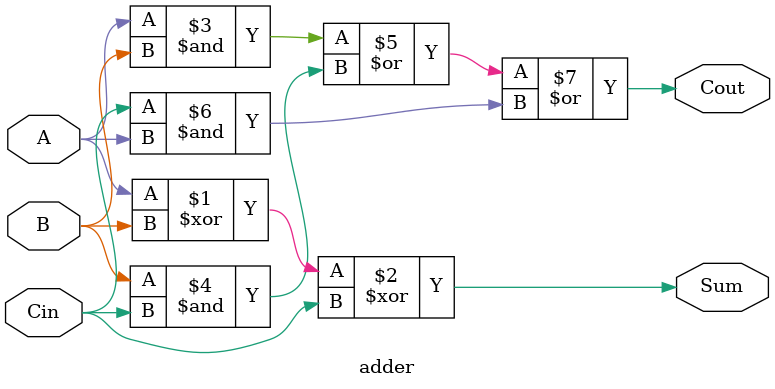
<source format=v>
module adder (A, B, Cin, Sum, Cout);
input A, B, Cin;
output Sum, Cout;
assign Sum = A ^ B ^ Cin;
assign Cout = (A & B) | (B & Cin) | (Cin & A);
endmodule

</source>
